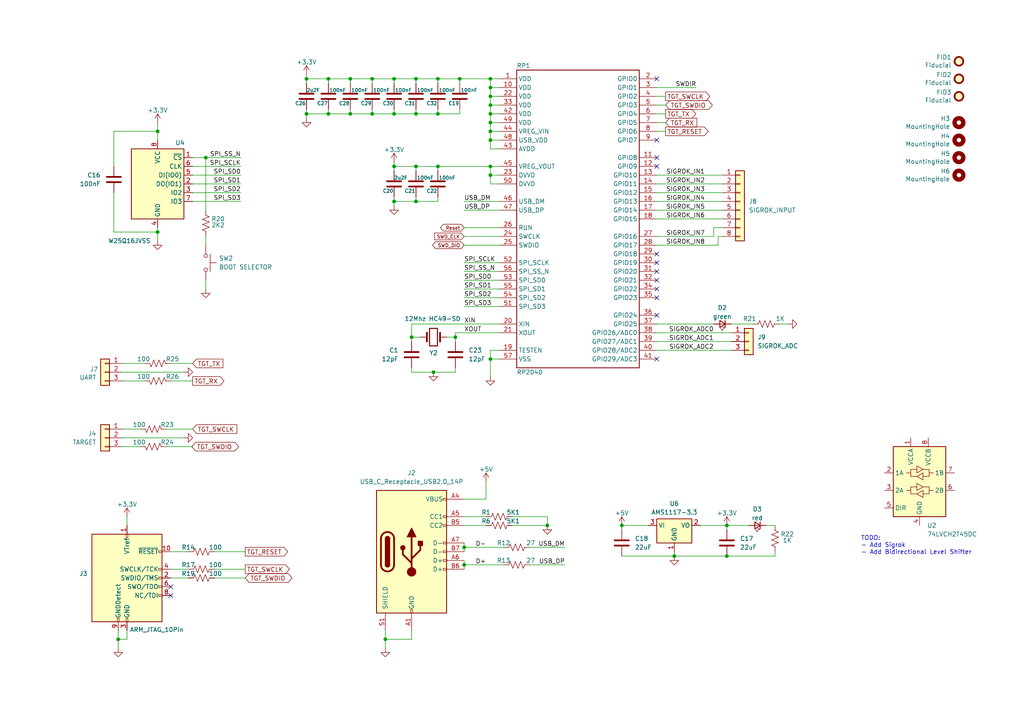
<source format=kicad_sch>
(kicad_sch (version 20231120) (generator "eeschema") (generator_version "8.0")
  (paper "A4")
  (title_block (title "PicoLink") (date "2023-02-27") (rev "V0.1") (company "HSLU"))
  (lib_symbols
    (symbol "Connector:Conn_ARM_JTAG_SWD_10" (pin_names (offset 1.016))
      (property "Reference" "J" (at -2.54 16.51 0))
      (property "Value" "Conn_ARM_JTAG_SWD_10" (at -2.54 13.97 0))
      (symbol "Conn_ARM_JTAG_SWD_10_1_1"
        (pin power_in line (at 0 15.24 270) (length 2.54) (name "VTref") (number "1"))
        (pin open_collector line (at 12.7 7.62 180) (length 2.54) (name "~{RESET}") (number "10"))
        (pin bidirectional line (at 12.7 0 180) (length 2.54) (name "SWDIO/TMS") (number "2"))
        (pin power_in line (at 0 -15.24 90) (length 2.54) (name "GND") (number "3"))
        (pin output line (at 12.7 2.54 180) (length 2.54) (name "SWCLK/TCK") (number "4"))
        (pin passive line (at 0 -15.24 90) (length 2.54) hide (name "GND") (number "5"))
        (pin input line (at 12.7 -2.54 180) (length 2.54) (name "SWO/TDO") (number "6"))
        (pin no_connect line (at -10.16 0 0) (length 2.54) hide (name "KEY") (number "7"))
        (pin output line (at 12.7 -5.08 180) (length 2.54) (name "NC/TDI") (number "8"))
        (pin passive line (at -2.54 -15.24 90) (length 2.54) (name "GNDDetect") (number "9"))
      )
    )
    (symbol "Connector:USB_C_Receptacle_USB2.0_14P" (pin_names (offset 1.016))
      (property "Reference" "J" (at 0 22.225 0))
      (property "Value" "USB_C_Receptacle_USB2.0_14P" (at 0 19.685 0))
      (symbol "USB_C_Receptacle_USB2.0_14P_1_1"
        (pin passive line (at 0 -22.86 90) (length 5.08) (name "GND") (number "A1"))
        (pin passive line (at 0 -22.86 90) (length 5.08) hide (name "GND") (number "A12"))
        (pin passive line (at 15.24 15.24 180) (length 5.08) (name "VBUS") (number "A4"))
        (pin bidirectional line (at 15.24 10.16 180) (length 5.08) (name "CC1") (number "A5"))
        (pin bidirectional line (at 15.24 -2.54 180) (length 5.08) (name "D+") (number "A6"))
        (pin bidirectional line (at 15.24 2.54 180) (length 5.08) (name "D-") (number "A7"))
        (pin passive line (at 15.24 15.24 180) (length 5.08) hide (name "VBUS") (number "A9"))
        (pin passive line (at 0 -22.86 90) (length 5.08) hide (name "GND") (number "B1"))
        (pin passive line (at 0 -22.86 90) (length 5.08) hide (name "GND") (number "B12"))
        (pin passive line (at 15.24 15.24 180) (length 5.08) hide (name "VBUS") (number "B4"))
        (pin bidirectional line (at 15.24 7.62 180) (length 5.08) (name "CC2") (number "B5"))
        (pin bidirectional line (at 15.24 -5.08 180) (length 5.08) (name "D+") (number "B6"))
        (pin bidirectional line (at 15.24 0 180) (length 5.08) (name "D-") (number "B7"))
        (pin passive line (at 15.24 15.24 180) (length 5.08) hide (name "VBUS") (number "B9"))
        (pin passive line (at -7.62 -22.86 90) (length 5.08) (name "SHIELD") (number "S1"))
      )
    )
    (symbol "Connector_Generic:Conn_01x03" (pin_names (offset 1.016) hide)
      (property "Reference" "J" (at 0 5.08 0))
      (property "Value" "Conn_01x03" (at 0 -5.08 0))
      (symbol "Conn_01x03_1_1"
        (pin passive line (at -5.08 2.54 0) (length 3.81) (name "Pin_1") (number "1"))
        (pin passive line (at -5.08 0 0) (length 3.81) (name "Pin_2") (number "2"))
        (pin passive line (at -5.08 -2.54 0) (length 3.81) (name "Pin_3") (number "3"))
      )
    )
    (symbol "Connector_Generic:Conn_01x08" (pin_names (offset 1.016) hide)
      (property "Reference" "J" (at 0 10.16 0))
      (property "Value" "Conn_01x08" (at 0 -12.7 0))
      (symbol "Conn_01x08_1_1"
        (pin passive line (at -5.08 7.62 0) (length 3.81) (name "Pin_1") (number "1"))
        (pin passive line (at -5.08 5.08 0) (length 3.81) (name "Pin_2") (number "2"))
        (pin passive line (at -5.08 2.54 0) (length 3.81) (name "Pin_3") (number "3"))
        (pin passive line (at -5.08 0 0) (length 3.81) (name "Pin_4") (number "4"))
        (pin passive line (at -5.08 -2.54 0) (length 3.81) (name "Pin_5") (number "5"))
        (pin passive line (at -5.08 -5.08 0) (length 3.81) (name "Pin_6") (number "6"))
        (pin passive line (at -5.08 -7.62 0) (length 3.81) (name "Pin_7") (number "7"))
        (pin passive line (at -5.08 -10.16 0) (length 3.81) (name "Pin_8") (number "8"))
      )
    )
    (symbol "Device:C" (pin_numbers hide) (pin_names (offset 0.254))
      (property "Reference" "C" (at 0.635 2.54 0))
      (property "Value" "C" (at 0.635 -2.54 0))
      (symbol "C_1_1"
        (pin passive line (at 0 3.81 270) (length 2.794) (name "~") (number "1"))
        (pin passive line (at 0 -3.81 90) (length 2.794) (name "~") (number "2"))
      )
    )
    (symbol "Device:Crystal" (pin_numbers hide) (pin_names (offset 1.016) hide)
      (property "Reference" "Y" (at 0 3.81 0))
      (property "Value" "Crystal" (at 0 -3.81 0))
      (symbol "Crystal_1_1"
        (pin passive line (at -3.81 0 0) (length 1.27) (name "1") (number "1"))
        (pin passive line (at 3.81 0 180) (length 1.27) (name "2") (number "2"))
      )
    )
    (symbol "Device:LED_Small" (pin_numbers hide) (pin_names (offset 0.254) hide)
      (property "Reference" "D" (at -1.27 3.175 0))
      (property "Value" "LED_Small" (at -4.445 -2.54 0))
      (symbol "LED_Small_1_1"
        (pin passive line (at -2.54 0 0) (length 1.778) (name "K") (number "1"))
        (pin passive line (at 2.54 0 180) (length 1.778) (name "A") (number "2"))
      )
    )
    (symbol "Device:R_US" (pin_numbers hide) (pin_names (offset 0))
      (property "Reference" "R" (at 2.54 0 90))
      (property "Value" "R_US" (at -2.54 0 90))
      (symbol "R_US_1_1"
        (pin passive line (at 0 3.81 270) (length 1.27) (name "~") (number "1"))
        (pin passive line (at 0 -3.81 90) (length 1.27) (name "~") (number "2"))
      )
    )
    (symbol "Logic_LevelTranslator:74LVCH2T45DC"
      (property "Reference" "U" (at 6.35 -11.43 0))
      (property "Value" "74LVCH2T45DC" (at 10.16 11.43 0))
      (symbol "74LVCH2T45DC_1_1"
        (pin power_in line (at -2.54 12.7 270) (length 2.54) (name "VCCA") (number "1"))
        (pin bidirectional line (at -10.16 2.54 0) (length 2.54) (name "1A") (number "2"))
        (pin bidirectional line (at -10.16 -2.54 0) (length 2.54) (name "2A") (number "3"))
        (pin power_in line (at 0 -12.7 90) (length 2.54) (name "GND") (number "4"))
        (pin input line (at -10.16 -7.62 0) (length 2.54) (name "DIR") (number "5"))
        (pin bidirectional line (at 10.16 -2.54 180) (length 2.54) (name "2B") (number "6"))
        (pin bidirectional line (at 10.16 2.54 180) (length 2.54) (name "1B") (number "7"))
        (pin power_in line (at 2.54 12.7 270) (length 2.54) (name "VCCB") (number "8"))
      )
    )
    (symbol "McuOnEclipse:RP2040"
      (property "Reference" "U3" (at -17.78 44.45 0))
      (property "Value" "RP2040" (at -17.78 -44.45 0))
      (symbol "RP2040_1_1"
        (pin power_in line (at -22.86 40.64 0) (length 5.08) (name "VDD") (number "1"))
        (pin power_in line (at -22.86 38.1 0) (length 5.08) (name "VDD") (number "10"))
        (pin bidirectional line (at 22.86 17.78 180) (length 5.08) (name "GPIO8") (number "11"))
        (pin bidirectional line (at 22.86 15.24 180) (length 5.08) (name "GPIO9") (number "12"))
        (pin bidirectional line (at 22.86 12.7 180) (length 5.08) (name "GPIO10") (number "13"))
        (pin bidirectional line (at 22.86 10.16 180) (length 5.08) (name "GPIO11") (number "14"))
        (pin bidirectional line (at 22.86 7.62 180) (length 5.08) (name "GPIO12") (number "15"))
        (pin bidirectional line (at 22.86 5.08 180) (length 5.08) (name "GPIO13") (number "16"))
        (pin bidirectional line (at 22.86 2.54 180) (length 5.08) (name "GPIO14") (number "17"))
        (pin bidirectional line (at 22.86 0 180) (length 5.08) (name "GPIO15") (number "18"))
        (pin passive line (at -22.86 -38.1 0) (length 5.08) (name "TESTEN") (number "19"))
        (pin bidirectional line (at 22.86 40.64 180) (length 5.08) (name "GPIO0") (number "2"))
        (pin bidirectional line (at -22.86 -30.48 0) (length 5.08) (name "XIN") (number "20"))
        (pin bidirectional line (at -22.86 -33.02 0) (length 5.08) (name "XOUT") (number "21"))
        (pin power_in line (at -22.86 35.56 0) (length 5.08) (name "VDD") (number "22"))
        (pin power_in line (at -22.86 12.7 0) (length 5.08) (name "DVVD") (number "23"))
        (pin bidirectional line (at -22.86 -5.08 0) (length 5.08) (name "SWCLK") (number "24"))
        (pin bidirectional line (at -22.86 -7.62 0) (length 5.08) (name "SWDIO") (number "25"))
        (pin bidirectional line (at -22.86 -2.54 0) (length 5.08) (name "RUN") (number "26"))
        (pin bidirectional line (at 22.86 -5.08 180) (length 5.08) (name "GPIO16") (number "27"))
        (pin bidirectional line (at 22.86 -7.62 180) (length 5.08) (name "GPIO17") (number "28"))
        (pin bidirectional line (at 22.86 -10.16 180) (length 5.08) (name "GPIO18") (number "29"))
        (pin bidirectional line (at 22.86 38.1 180) (length 5.08) (name "GPIO1") (number "3"))
        (pin bidirectional line (at 22.86 -12.7 180) (length 5.08) (name "GPIO19") (number "30"))
        (pin bidirectional line (at 22.86 -15.24 180) (length 5.08) (name "GPIO20") (number "31"))
        (pin bidirectional line (at 22.86 -17.78 180) (length 5.08) (name "GPIO21") (number "32"))
        (pin power_in line (at -22.86 33.02 0) (length 5.08) (name "VDD") (number "33"))
        (pin bidirectional line (at 22.86 -20.32 180) (length 5.08) (name "GPIO22") (number "34"))
        (pin bidirectional line (at 22.86 -22.86 180) (length 5.08) (name "GPIO23") (number "35"))
        (pin bidirectional line (at 22.86 -27.94 180) (length 5.08) (name "GPIO24") (number "36"))
        (pin bidirectional line (at 22.86 -30.48 180) (length 5.08) (name "GPIO25") (number "37"))
        (pin bidirectional line (at 22.86 -33.02 180) (length 5.08) (name "GPIO26/ADC0") (number "38"))
        (pin bidirectional line (at 22.86 -35.56 180) (length 5.08) (name "GPIO27/ADC1") (number "39"))
        (pin bidirectional line (at 22.86 35.56 180) (length 5.08) (name "GPIO2") (number "4"))
        (pin bidirectional line (at 22.86 -38.1 180) (length 5.08) (name "GPIO28/ADC2") (number "40"))
        (pin bidirectional line (at 22.86 -40.64 180) (length 5.08) (name "GPIO29/ADC3") (number "41"))
        (pin power_in line (at -22.86 30.48 0) (length 5.08) (name "VDD") (number "42"))
        (pin power_in line (at -22.86 20.32 0) (length 5.08) (name "AVDD") (number "43"))
        (pin power_in line (at -22.86 25.4 0) (length 5.08) (name "VREG_VIN") (number "44"))
        (pin power_out line (at -22.86 15.24 0) (length 5.08) (name "VREG_VOUT") (number "45"))
        (pin bidirectional line (at -22.86 5.08 0) (length 5.08) (name "USB_DM") (number "46"))
        (pin bidirectional line (at -22.86 2.54 0) (length 5.08) (name "USB_DP") (number "47"))
        (pin power_in line (at -22.86 22.86 0) (length 5.08) (name "USB_VDD") (number "48"))
        (pin power_in line (at -22.86 27.94 0) (length 5.08) (name "VDD") (number "49"))
        (pin bidirectional line (at 22.86 33.02 180) (length 5.08) (name "GPIO3") (number "5"))
        (pin power_in line (at -22.86 10.16 0) (length 5.08) (name "DVVD") (number "50"))
        (pin bidirectional line (at -22.86 -25.4 0) (length 5.08) (name "SPI_SD3") (number "51"))
        (pin bidirectional line (at -22.86 -12.7 0) (length 5.08) (name "SPI_SCLK") (number "52"))
        (pin bidirectional line (at -22.86 -17.78 0) (length 5.08) (name "SPI_SD0") (number "53"))
        (pin bidirectional line (at -22.86 -22.86 0) (length 5.08) (name "SPI_SD2") (number "54"))
        (pin bidirectional line (at -22.86 -20.32 0) (length 5.08) (name "SPI_SD1") (number "55"))
        (pin bidirectional line (at -22.86 -15.24 0) (length 5.08) (name "SPI_SS_N") (number "56"))
        (pin power_in line (at -22.86 -40.64 0) (length 5.08) (name "VSS") (number "57"))
        (pin bidirectional line (at 22.86 30.48 180) (length 5.08) (name "GPIO4") (number "6"))
        (pin bidirectional line (at 22.86 27.94 180) (length 5.08) (name "GPIO5") (number "7"))
        (pin bidirectional line (at 22.86 25.4 180) (length 5.08) (name "GPIO6") (number "8"))
        (pin bidirectional line (at 22.86 22.86 180) (length 5.08) (name "GPIO7") (number "9"))
      )
    )
    (symbol "Mechanical:Fiducial"
      (property "Reference" "FID" (at 0 5.08 0))
      (property "Value" "Fiducial" (at 0 3.175 0))
    )
    (symbol "Mechanical:MountingHole" (pin_names (offset 1.016))
      (property "Reference" "H" (at 0 5.08 0))
      (property "Value" "MountingHole" (at 0 3.175 0))
    )
    (symbol "Memory_Flash:W25Q32JVSS"
      (property "Reference" "U" (at -6.35 11.43 0))
      (property "Value" "W25Q32JVSS" (at 7.62 11.43 0))
      (symbol "W25Q32JVSS_1_1"
        (pin input line (at -10.16 7.62 0) (length 2.54) (name "~{CS}") (number "1"))
        (pin bidirectional line (at -10.16 0 0) (length 2.54) (name "DO(IO1)") (number "2"))
        (pin bidirectional line (at -10.16 -2.54 0) (length 2.54) (name "IO2") (number "3"))
        (pin power_in line (at 0 -12.7 90) (length 2.54) (name "GND") (number "4"))
        (pin bidirectional line (at -10.16 2.54 0) (length 2.54) (name "DI(IO0)") (number "5"))
        (pin input line (at -10.16 5.08 0) (length 2.54) (name "CLK") (number "6"))
        (pin bidirectional line (at -10.16 -5.08 0) (length 2.54) (name "IO3") (number "7"))
        (pin power_in line (at 0 12.7 270) (length 2.54) (name "VCC") (number "8"))
      )
    )
    (symbol "Regulator_Linear:AMS1117-3.3"
      (property "Reference" "U" (at -3.81 3.175 0))
      (property "Value" "AMS1117-3.3" (at 0 3.175 0))
      (symbol "AMS1117-3.3_1_1"
        (pin power_in line (at 0 -7.62 90) (length 2.54) (name "GND") (number "1"))
        (pin power_out line (at 7.62 0 180) (length 2.54) (name "VO") (number "2"))
        (pin power_in line (at -7.62 0 0) (length 2.54) (name "VI") (number "3"))
      )
    )
    (symbol "Switch:SW_Push" (pin_numbers hide) (pin_names (offset 1.016) hide)
      (property "Reference" "SW" (at 1.27 2.54 0))
      (property "Value" "SW_Push" (at 0 -1.524 0))
      (symbol "SW_Push_0_1"
        (pin passive line (at -5.08 0 0) (length 2.54) (name "1") (number "1"))
        (pin passive line (at 5.08 0 180) (length 2.54) (name "2") (number "2"))
      )
    )
    (symbol "power:+3.3V" (power) (pin_names (offset 0))
      (property "Value" "+3.3V" (at 0 3.556 0))
      (symbol "+3.3V_1_1"
        (pin power_in line (at 0 0 90) (length 0) hide (name "+3.3V") (number "1"))
      )
    )
    (symbol "power:+5V" (power) (pin_names (offset 0))
      (property "Value" "+5V" (at 0 3.556 0))
      (symbol "+5V_1_1"
        (pin power_in line (at 0 0 90) (length 0) hide (name "+5V") (number "1"))
      )
    )
    (symbol "power:GND" (power) (pin_names (offset 0))
      (property "Value" "GND" (at 0 -3.81 0))
      (symbol "GND_1_1"
        (pin power_in line (at 0 0 270) (length 0) hide (name "GND") (number "1"))
      )
    )
  )
  (junction (at 142.24 33.02))
  (junction (at 95.25 33.02))
  (junction (at 120.65 22.86))
  (junction (at 142.24 25.4))
  (junction (at 142.24 38.1))
  (junction (at 134.62 158.75))
  (junction (at 101.6 33.02))
  (junction (at 88.9 33.02))
  (junction (at 142.24 35.56))
  (junction (at 88.9 22.86))
  (junction (at 142.24 40.64))
  (junction (at 210.82 161.29))
  (junction (at 111.76 185.42))
  (junction (at 180.34 152.4))
  (junction (at 34.29 185.42))
  (junction (at 114.3 22.86))
  (junction (at 45.72 38.1))
  (junction (at 114.3 33.02))
  (junction (at 142.24 22.86))
  (junction (at 158.75 152.4))
  (junction (at 114.3 58.42))
  (junction (at 95.25 22.86))
  (junction (at 132.08 97.79))
  (junction (at 133.35 22.86))
  (junction (at 142.24 30.48))
  (junction (at 45.72 67.31))
  (junction (at 59.69 45.72))
  (junction (at 210.82 152.4))
  (junction (at 127 48.26))
  (junction (at 120.65 33.02))
  (junction (at 101.6 22.86))
  (junction (at 120.65 48.26))
  (junction (at 127 22.86))
  (junction (at 142.24 50.8))
  (junction (at 119.38 97.79))
  (junction (at 134.62 163.83))
  (junction (at 142.24 48.26))
  (junction (at 107.95 22.86))
  (junction (at 114.3 48.26))
  (junction (at 142.24 27.94))
  (junction (at 195.58 161.29))
  (junction (at 142.24 104.14))
  (junction (at 107.95 33.02))
  (junction (at 125.73 107.95))
  (junction (at 127 33.02))
  (junction (at 120.65 58.42))
  (no_connect (at 190.5 104.14))
  (no_connect (at 190.5 40.64))
  (no_connect (at 190.5 78.74))
  (no_connect (at 49.53 170.18))
  (no_connect (at 190.5 22.86))
  (no_connect (at 190.5 76.2))
  (no_connect (at 49.53 172.72))
  (no_connect (at 190.5 48.26))
  (no_connect (at 190.5 83.82))
  (no_connect (at 190.5 81.28))
  (no_connect (at 190.5 91.44))
  (no_connect (at 190.5 45.72))
  (no_connect (at 190.5 86.36))
  (no_connect (at 190.5 73.66))
  (wire (pts (xy 207.01 93.98) (xy 190.5 93.98)))
  (wire (pts (xy 140.97 149.86) (xy 134.62 149.86)))
  (wire (pts (xy 107.95 22.86) (xy 114.3 22.86)))
  (wire (pts (xy 180.34 161.29) (xy 195.58 161.29)))
  (wire (pts (xy 207.01 66.04) (xy 207.01 68.58)))
  (wire (pts (xy 142.24 38.1) (xy 144.78 38.1)))
  (wire (pts (xy 134.62 88.9) (xy 144.78 88.9)))
  (wire (pts (xy 36.83 182.88) (xy 36.83 185.42)))
  (wire (pts (xy 132.08 96.52) (xy 144.78 96.52)))
  (wire (pts (xy 142.24 38.1) (xy 142.24 40.64)))
  (wire (pts (xy 88.9 34.29) (xy 88.9 33.02)))
  (wire (pts (xy 142.24 101.6) (xy 142.24 104.14)))
  (wire (pts (xy 208.28 68.58) (xy 209.55 68.58)))
  (wire (pts (xy 69.85 53.34) (xy 55.88 53.34)))
  (wire (pts (xy 142.24 43.18) (xy 144.78 43.18)))
  (wire (pts (xy 114.3 57.15) (xy 114.3 58.42)))
  (wire (pts (xy 132.08 96.52) (xy 132.08 97.79)))
  (wire (pts (xy 134.62 158.75) (xy 134.62 160.02)))
  (wire (pts (xy 41.91 105.41) (xy 35.56 105.41)))
  (wire (pts (xy 142.24 104.14) (xy 144.78 104.14)))
  (wire (pts (xy 142.24 40.64) (xy 142.24 43.18)))
  (wire (pts (xy 142.24 22.86) (xy 144.78 22.86)))
  (wire (pts (xy 193.04 30.48) (xy 190.5 30.48)))
  (wire (pts (xy 127 22.86) (xy 127 24.13)))
  (wire (pts (xy 127 48.26) (xy 127 49.53)))
  (wire (pts (xy 111.76 185.42) (xy 111.76 187.96)))
  (wire (pts (xy 127 31.75) (xy 127 33.02)))
  (wire (pts (xy 119.38 93.98) (xy 144.78 93.98)))
  (wire (pts (xy 114.3 58.42) (xy 114.3 59.69)))
  (wire (pts (xy 180.34 152.4) (xy 180.34 153.67)))
  (wire (pts (xy 134.62 60.96) (xy 144.78 60.96)))
  (wire (pts (xy 101.6 22.86) (xy 107.95 22.86)))
  (wire (pts (xy 134.62 157.48) (xy 134.62 158.75)))
  (wire (pts (xy 114.3 33.02) (xy 120.65 33.02)))
  (wire (pts (xy 212.09 96.52) (xy 190.5 96.52)))
  (wire (pts (xy 111.76 182.88) (xy 111.76 185.42)))
  (wire (pts (xy 127 33.02) (xy 133.35 33.02)))
  (wire (pts (xy 212.09 101.6) (xy 190.5 101.6)))
  (wire (pts (xy 134.62 162.56) (xy 134.62 163.83)))
  (wire (pts (xy 36.83 149.86) (xy 36.83 152.4)))
  (wire (pts (xy 41.91 110.49) (xy 35.56 110.49)))
  (wire (pts (xy 133.35 22.86) (xy 133.35 24.13)))
  (wire (pts (xy 134.62 78.74) (xy 144.78 78.74)))
  (wire (pts (xy 54.61 165.1) (xy 49.53 165.1)))
  (wire (pts (xy 71.12 167.64) (xy 62.23 167.64)))
  (wire (pts (xy 210.82 161.29) (xy 224.79 161.29)))
  (wire (pts (xy 45.72 69.85) (xy 45.72 67.31)))
  (wire (pts (xy 55.88 129.54) (xy 48.26 129.54)))
  (wire (pts (xy 193.04 38.1) (xy 190.5 38.1)))
  (wire (pts (xy 119.38 99.06) (xy 119.38 97.79)))
  (wire (pts (xy 33.02 55.88) (xy 33.02 67.31)))
  (wire (pts (xy 142.24 25.4) (xy 142.24 27.94)))
  (wire (pts (xy 127 57.15) (xy 127 58.42)))
  (wire (pts (xy 62.23 165.1) (xy 71.12 165.1)))
  (wire (pts (xy 190.5 99.06) (xy 212.09 99.06)))
  (wire (pts (xy 101.6 22.86) (xy 101.6 24.13)))
  (wire (pts (xy 45.72 38.1) (xy 33.02 38.1)))
  (wire (pts (xy 134.62 163.83) (xy 134.62 165.1)))
  (wire (pts (xy 142.24 50.8) (xy 144.78 50.8)))
  (wire (pts (xy 134.62 76.2) (xy 144.78 76.2)))
  (wire (pts (xy 88.9 22.86) (xy 88.9 24.13)))
  (wire (pts (xy 59.69 45.72) (xy 55.88 45.72)))
  (wire (pts (xy 190.5 63.5) (xy 209.55 63.5)))
  (wire (pts (xy 142.24 35.56) (xy 144.78 35.56)))
  (wire (pts (xy 34.29 185.42) (xy 36.83 185.42)))
  (wire (pts (xy 62.23 160.02) (xy 71.12 160.02)))
  (wire (pts (xy 95.25 31.75) (xy 95.25 33.02)))
  (wire (pts (xy 119.38 107.95) (xy 125.73 107.95)))
  (wire (pts (xy 142.24 40.64) (xy 144.78 40.64)))
  (wire (pts (xy 193.04 33.02) (xy 190.5 33.02)))
  (wire (pts (xy 45.72 67.31) (xy 45.72 66.04)))
  (wire (pts (xy 55.88 124.46) (xy 48.26 124.46)))
  (wire (pts (xy 228.6 93.98) (xy 226.06 93.98)))
  (wire (pts (xy 142.24 27.94) (xy 144.78 27.94)))
  (wire (pts (xy 119.38 106.68) (xy 119.38 107.95)))
  (wire (pts (xy 127 22.86) (xy 133.35 22.86)))
  (wire (pts (xy 114.3 48.26) (xy 120.65 48.26)))
  (wire (pts (xy 134.62 66.04) (xy 144.78 66.04)))
  (wire (pts (xy 132.08 106.68) (xy 132.08 107.95)))
  (wire (pts (xy 88.9 22.86) (xy 95.25 22.86)))
  (wire (pts (xy 190.5 58.42) (xy 209.55 58.42)))
  (wire (pts (xy 88.9 33.02) (xy 95.25 33.02)))
  (wire (pts (xy 114.3 31.75) (xy 114.3 33.02)))
  (wire (pts (xy 120.65 33.02) (xy 127 33.02)))
  (wire (pts (xy 120.65 58.42) (xy 127 58.42)))
  (wire (pts (xy 40.64 129.54) (xy 35.56 129.54)))
  (wire (pts (xy 190.5 71.12) (xy 208.28 71.12)))
  (wire (pts (xy 190.5 50.8) (xy 209.55 50.8)))
  (wire (pts (xy 142.24 109.22) (xy 142.24 104.14)))
  (wire (pts (xy 34.29 185.42) (xy 34.29 182.88)))
  (wire (pts (xy 53.34 107.95) (xy 35.56 107.95)))
  (wire (pts (xy 55.88 110.49) (xy 49.53 110.49)))
  (wire (pts (xy 45.72 35.56) (xy 45.72 38.1)))
  (wire (pts (xy 120.65 31.75) (xy 120.65 33.02)))
  (wire (pts (xy 208.28 68.58) (xy 208.28 71.12)))
  (wire (pts (xy 134.62 81.28) (xy 144.78 81.28)))
  (wire (pts (xy 142.24 50.8) (xy 142.24 53.34)))
  (wire (pts (xy 120.65 48.26) (xy 127 48.26)))
  (wire (pts (xy 59.69 83.82) (xy 59.69 81.28)))
  (wire (pts (xy 101.6 31.75) (xy 101.6 33.02)))
  (wire (pts (xy 95.25 33.02) (xy 101.6 33.02)))
  (wire (pts (xy 125.73 107.95) (xy 132.08 107.95)))
  (wire (pts (xy 142.24 101.6) (xy 144.78 101.6)))
  (wire (pts (xy 132.08 99.06) (xy 132.08 97.79)))
  (wire (pts (xy 190.5 60.96) (xy 209.55 60.96)))
  (wire (pts (xy 224.79 152.4) (xy 222.25 152.4)))
  (wire (pts (xy 142.24 25.4) (xy 144.78 25.4)))
  (wire (pts (xy 195.58 161.29) (xy 210.82 161.29)))
  (wire (pts (xy 218.44 93.98) (xy 212.09 93.98)))
  (wire (pts (xy 190.5 68.58) (xy 207.01 68.58)))
  (wire (pts (xy 140.97 144.78) (xy 134.62 144.78)))
  (wire (pts (xy 142.24 53.34) (xy 144.78 53.34)))
  (wire (pts (xy 120.65 22.86) (xy 120.65 24.13)))
  (wire (pts (xy 140.97 139.7) (xy 140.97 144.78)))
  (wire (pts (xy 163.83 163.83) (xy 153.67 163.83)))
  (wire (pts (xy 34.29 187.96) (xy 34.29 185.42)))
  (wire (pts (xy 148.59 152.4) (xy 158.75 152.4)))
  (wire (pts (xy 134.62 58.42) (xy 144.78 58.42)))
  (wire (pts (xy 107.95 22.86) (xy 107.95 24.13)))
  (wire (pts (xy 133.35 31.75) (xy 133.35 33.02)))
  (wire (pts (xy 207.01 66.04) (xy 209.55 66.04)))
  (wire (pts (xy 119.38 182.88) (xy 119.38 185.42)))
  (wire (pts (xy 45.72 38.1) (xy 45.72 40.64)))
  (wire (pts (xy 163.83 158.75) (xy 153.67 158.75)))
  (wire (pts (xy 142.24 22.86) (xy 142.24 25.4)))
  (wire (pts (xy 134.62 68.58) (xy 144.78 68.58)))
  (wire (pts (xy 88.9 33.02) (xy 88.9 31.75)))
  (wire (pts (xy 203.2 152.4) (xy 210.82 152.4)))
  (wire (pts (xy 134.62 71.12) (xy 144.78 71.12)))
  (wire (pts (xy 33.02 38.1) (xy 33.02 48.26)))
  (wire (pts (xy 107.95 33.02) (xy 114.3 33.02)))
  (wire (pts (xy 119.38 93.98) (xy 119.38 97.79)))
  (wire (pts (xy 53.34 127) (xy 35.56 127)))
  (wire (pts (xy 134.62 163.83) (xy 146.05 163.83)))
  (wire (pts (xy 142.24 35.56) (xy 142.24 38.1)))
  (wire (pts (xy 111.76 185.42) (xy 119.38 185.42)))
  (wire (pts (xy 120.65 48.26) (xy 120.65 49.53)))
  (wire (pts (xy 134.62 158.75) (xy 146.05 158.75)))
  (wire (pts (xy 190.5 25.4) (xy 201.93 25.4)))
  (wire (pts (xy 114.3 46.99) (xy 114.3 48.26)))
  (wire (pts (xy 69.85 58.42) (xy 55.88 58.42)))
  (wire (pts (xy 158.75 149.86) (xy 158.75 152.4)))
  (wire (pts (xy 95.25 22.86) (xy 95.25 24.13)))
  (wire (pts (xy 69.85 50.8) (xy 55.88 50.8)))
  (wire (pts (xy 114.3 58.42) (xy 120.65 58.42)))
  (wire (pts (xy 193.04 27.94) (xy 190.5 27.94)))
  (wire (pts (xy 133.35 22.86) (xy 142.24 22.86)))
  (wire (pts (xy 127 48.26) (xy 142.24 48.26)))
  (wire (pts (xy 95.25 22.86) (xy 101.6 22.86)))
  (wire (pts (xy 142.24 27.94) (xy 142.24 30.48)))
  (wire (pts (xy 190.5 53.34) (xy 209.55 53.34)))
  (wire (pts (xy 114.3 22.86) (xy 120.65 22.86)))
  (wire (pts (xy 69.85 45.72) (xy 59.69 45.72)))
  (wire (pts (xy 134.62 86.36) (xy 144.78 86.36)))
  (wire (pts (xy 142.24 48.26) (xy 144.78 48.26)))
  (wire (pts (xy 210.82 152.4) (xy 217.17 152.4)))
  (wire (pts (xy 107.95 31.75) (xy 107.95 33.02)))
  (wire (pts (xy 54.61 160.02) (xy 49.53 160.02)))
  (wire (pts (xy 142.24 33.02) (xy 142.24 35.56)))
  (wire (pts (xy 142.24 33.02) (xy 144.78 33.02)))
  (wire (pts (xy 120.65 22.86) (xy 127 22.86)))
  (wire (pts (xy 88.9 21.59) (xy 88.9 22.86)))
  (wire (pts (xy 54.61 167.64) (xy 49.53 167.64)))
  (wire (pts (xy 190.5 55.88) (xy 209.55 55.88)))
  (wire (pts (xy 59.69 71.12) (xy 59.69 68.58)))
  (wire (pts (xy 142.24 30.48) (xy 144.78 30.48)))
  (wire (pts (xy 195.58 160.02) (xy 195.58 161.29)))
  (wire (pts (xy 101.6 33.02) (xy 107.95 33.02)))
  (wire (pts (xy 45.72 67.31) (xy 33.02 67.31)))
  (wire (pts (xy 49.53 105.41) (xy 55.88 105.41)))
  (wire (pts (xy 59.69 60.96) (xy 59.69 45.72)))
  (wire (pts (xy 224.79 160.02) (xy 224.79 161.29)))
  (wire (pts (xy 180.34 152.4) (xy 187.96 152.4)))
  (wire (pts (xy 114.3 22.86) (xy 114.3 24.13)))
  (wire (pts (xy 142.24 30.48) (xy 142.24 33.02)))
  (wire (pts (xy 134.62 152.4) (xy 140.97 152.4)))
  (wire (pts (xy 193.04 35.56) (xy 190.5 35.56)))
  (wire (pts (xy 210.82 152.4) (xy 210.82 153.67)))
  (wire (pts (xy 40.64 124.46) (xy 35.56 124.46)))
  (wire (pts (xy 69.85 48.26) (xy 55.88 48.26)))
  (wire (pts (xy 119.38 97.79) (xy 121.92 97.79)))
  (wire (pts (xy 134.62 83.82) (xy 144.78 83.82)))
  (wire (pts (xy 114.3 48.26) (xy 114.3 49.53)))
  (wire (pts (xy 132.08 97.79) (xy 129.54 97.79)))
  (wire (pts (xy 120.65 57.15) (xy 120.65 58.42)))
  (wire (pts (xy 142.24 48.26) (xy 142.24 50.8)))
  (wire (pts (xy 69.85 55.88) (xy 55.88 55.88)))
  (wire (pts (xy 148.59 149.86) (xy 158.75 149.86)))
  (text "TODO: \n- Add Sigrok \n- Add Bidirectional Level Shifter" (at 249.682 155.448 0) (effects (font (size 1.27 1.27)) (justify left top)))
  (label "SIGROK_IN8" (at 204.47 71.12 180))
  (label "XIN" (at 134.62 93.98 0))
  (label "SPI_SD1" (at 69.85 53.34 180))
  (label "SWDIR" (at 201.93 25.4 180))
  (label "SIGROK_IN4" (at 204.47 58.42 180))
  (label "SPI_SD1" (at 134.62 83.82 0))
  (label "SPI_SD3" (at 69.85 58.42 180))
  (label "SPI_SS_N" (at 69.85 45.72 180))
  (label "SPI_SD2" (at 134.62 86.36 0))
  (label "SIGROK_IN7" (at 204.47 68.58 180))
  (label "SIGROK_ADC2" (at 207.01 101.6 180))
  (label "SIGROK_ADC0" (at 207.01 96.52 180))
  (label "SPI_SD0" (at 69.85 50.8 180))
  (label "USB_DM" (at 163.83 158.75 180))
  (label "SPI_SS_N" (at 134.62 78.74 0))
  (label "D+" (at 140.97 163.83 180))
  (label "SPI_SD3" (at 134.62 88.9 0))
  (label "SIGROK_IN2" (at 204.47 53.34 180))
  (label "SPI_SD0" (at 134.62 81.28 0))
  (label "SIGROK_IN3" (at 204.47 55.88 180))
  (label "USB_DM" (at 134.62 58.42 0))
  (label "SPI_SCLK" (at 134.62 76.2 0))
  (label "SPI_SD2" (at 69.85 55.88 180))
  (label "SIGROK_IN1" (at 204.47 50.8 180))
  (label "XOUT" (at 134.62 96.52 0))
  (label "USB_DP" (at 134.62 60.96 0))
  (label "SIGROK_IN5" (at 204.47 60.96 180))
  (label "SPI_SCLK" (at 69.85 48.26 180))
  (label "SIGROK_ADC1" (at 207.01 99.06 180))
  (label "USB_DP" (at 163.83 163.83 180))
  (label "D-" (at 140.97 158.75 180))
  (label "SIGROK_IN6" (at 204.47 63.5 180))
  (global_label "TGT_RESET" (shape output) (at 193.04 38.1 0) (property "Intersheetrefs" "${INTERSHEET_REFS}" (effects (hide yes))))
  (global_label "SWD_CLK" (shape input) (at 134.62 68.58 180) (effects (font (size 1 1))) (property "Intersheetrefs" "${INTERSHEET_REFS}" (effects (hide yes))))
  (global_label "TGT_SWCLK" (shape output) (at 193.04 27.94 0) (property "Intersheetrefs" "${INTERSHEET_REFS}" (effects (hide yes))))
  (global_label "TGT_RESET" (shape output) (at 71.12 160.02 0) (property "Intersheetrefs" "${INTERSHEET_REFS}" (effects (hide yes))))
  (global_label "TGT_RX" (shape input) (at 193.04 35.56 0) (property "Intersheetrefs" "${INTERSHEET_REFS}" (effects (hide yes))))
  (global_label "TGT_SWCLK" (shape output) (at 71.12 165.1 0) (property "Intersheetrefs" "${INTERSHEET_REFS}" (effects (hide yes))))
  (global_label "Reset" (shape bidirectional) (at 134.62 66.04 180) (effects (font (size 1 1))) (property "Intersheetrefs" "${INTERSHEET_REFS}" (effects (hide yes))))
  (global_label "TGT_SWDIO" (shape bidirectional) (at 55.626 129.54 0) (property "Intersheetrefs" "${INTERSHEET_REFS}" (effects (hide yes))))
  (global_label "TGT_SWDIO" (shape bidirectional) (at 71.12 167.64 0) (property "Intersheetrefs" "${INTERSHEET_REFS}" (effects (hide yes))))
  (global_label "TGT_TX" (shape input) (at 55.88 105.41 0) (property "Intersheetrefs" "${INTERSHEET_REFS}" (effects (hide yes))))
  (global_label "TGT_RX" (shape output) (at 55.88 110.49 0) (property "Intersheetrefs" "${INTERSHEET_REFS}" (effects (hide yes))))
  (global_label "SWD_DIO" (shape bidirectional) (at 134.62 71.12 180) (effects (font (size 1 1))) (property "Intersheetrefs" "${INTERSHEET_REFS}" (effects (hide yes))))
  (global_label "TGT_TX" (shape output) (at 193.04 33.02 0) (property "Intersheetrefs" "${INTERSHEET_REFS}" (effects (hide yes))))
  (global_label "TGT_SWDIO" (shape bidirectional) (at 193.04 30.48 0) (property "Intersheetrefs" "${INTERSHEET_REFS}" (effects (hide yes))))
  (global_label "TGT_SWCLK" (shape input) (at 55.88 124.46 0) (property "Intersheetrefs" "${INTERSHEET_REFS}" (effects (hide yes))))
  (symbol (lib_id "power:GND") (at 53.34 107.95 90) (mirror x) (unit 1)
    (property "Reference" "#PWR028" (effects (hide yes)))
    (property "Value" "GND" (effects (hide yes)))
  )
  (symbol (lib_id "power:+3.3V") (at 88.9 21.59 0) (unit 1)
    (property "Reference" "#PWR016" (effects (hide yes)))
    (property "Value" "+3.3V" (at 88.9 18.0142 0))
  )
  (symbol (lib_id "Device:R_US") (at 149.86 163.83 90) (unit 1)
    (property "Reference" "R13" (at 146.05 162.56 90))
    (property "Value" "27" (at 153.924 162.56 90))
    (property "Footprint" "Resistor_SMD:R_0805_2012Metric_Pad1.20x1.40mm_HandSolder" (effects (hide yes)))
    (property "Description" "Resistor, US symbol" (effects (hide yes)))
  )
  (symbol (lib_id "Device:R_US") (at 58.42 160.02 90) (unit 1)
    (property "Reference" "R14" (at 54.61 158.75 90))
    (property "Value" "100" (at 62.484 158.75 90))
    (property "Footprint" "Resistor_SMD:R_0805_2012Metric_Pad1.20x1.40mm_HandSolder" (effects (hide yes)))
    (property "Description" "Resistor, US symbol" (effects (hide yes)))
  )
  (symbol (lib_id "power:GND") (at 45.72 69.85 0) (mirror y) (unit 1)
    (property "Reference" "#PWR06" (effects (hide yes)))
    (property "Value" "GND" (effects (hide yes)))
  )
  (symbol (lib_id "Device:C") (at 127 53.34 0) (unit 1)
    (property "Reference" "C22" (at 123.698 55.372 0) (effects (font (size 1.016 1.016)) (justify left)))
    (property "Value" "100nF" (at 127.254 51.562 0) (effects (font (size 1.016 1.016)) (justify left)))
    (property "Footprint" "Capacitor_SMD:C_0603_1608Metric_Pad1.08x0.95mm_HandSolder" (effects (hide yes)))
    (property "Description" "Unpolarized capacitor" (effects (hide yes)))
  )
  (symbol (lib_id "power:GND") (at 228.6 93.98 90) (unit 1)
    (property "Reference" "#PWR025" (effects (hide yes)))
    (property "Value" "GND" (effects (hide yes)))
  )
  (symbol (lib_id "Connector_Generic:Conn_01x03") (at 30.48 127 0) (mirror y) (unit 1)
    (property "Reference" "J4" (at 27.94 125.7299 0) (effects (justify left)))
    (property "Value" "TARGET" (at 27.94 128.2699 0) (effects (justify left)))
    (property "Footprint" "Connector_PinHeader_2.54mm:PinHeader_1x03_P2.54mm_Vertical" (effects (hide yes)))
  )
  (symbol (lib_id "Device:LED_Small") (at 219.71 152.4 180) (unit 1)
    (property "Reference" "D3" (at 219.6465 147.6842 0))
    (property "Value" "red" (at 219.6465 150.2211 0))
    (property "Footprint" "LED_SMD:LED_0805_2012Metric_Pad1.15x1.40mm_HandSolder" (effects (hide yes)))
    (property "mouser#" "78-VLMS1300-GS08" (effects (hide yes)))
    (property "MFR" "Vishay Semiconductors " (effects (hide yes)))
    (property "MFR#" "VLMS1300-GS08 " (effects (hide yes)))
  )
  (symbol (lib_id "Device:R_US") (at 222.25 93.98 90) (unit 1)
    (property "Reference" "R21" (at 217.424 92.456 90))
    (property "Value" "1K" (at 226.314 92.456 90))
    (property "Footprint" "Resistor_SMD:R_0805_2012Metric_Pad1.20x1.40mm_HandSolder" (effects (hide yes)))
    (property "Description" "Resistor, US symbol" (effects (hide yes)))
  )
  (symbol (lib_id "McuOnEclipse:RP2040") (at 167.64 63.5 0) (unit 1)
    (property "Reference" "RP1" (at 149.86 19.05 0) (effects (justify left)))
    (property "Value" "RP2040" (at 149.86 107.95 0) (effects (justify left)))
    (property "Footprint" "Package_DFN_QFN:QFN-56-1EP_7x7mm_P0.4mm_EP3.2x3.2mm" (effects (hide yes)))
    (property "MFR" "Raspberry Pi" (effects (hide yes)))
    (property "MFR#" "RPI Chip RP2040-7-500" (effects (hide yes)))
    (property "mouser#" "358-RP2040CHIP-7-500" (effects (hide yes)))
  )
  (symbol (lib_id "Device:C") (at 107.95 27.94 0) (unit 1)
    (property "Reference" "C29" (at 104.648 29.972 0) (effects (font (size 1.016 1.016)) (justify left)))
    (property "Value" "100nF" (at 108.204 26.162 0) (effects (font (size 1.016 1.016)) (justify left)))
    (property "Footprint" "Capacitor_SMD:C_0603_1608Metric_Pad1.08x0.95mm_HandSolder" (effects (hide yes)))
    (property "Description" "Unpolarized capacitor" (effects (hide yes)))
  )
  (symbol (lib_id "Device:C") (at 132.08 102.87 0) (unit 1)
    (property "Reference" "C23" (at 135.89 101.5999 0) (effects (justify left)))
    (property "Value" "12pF" (at 135.89 104.1399 0) (effects (justify left)))
    (property "Footprint" "Capacitor_SMD:C_0603_1608Metric_Pad1.08x0.95mm_HandSolder" (effects (hide yes)))
    (property "Description" "Unpolarized capacitor" (effects (hide yes)))
  )
  (symbol (lib_id "power:GND") (at 114.3 59.69 0) (unit 1)
    (property "Reference" "#PWR019" (effects (hide yes)))
    (property "Value" "GND" (effects (hide yes)))
  )
  (symbol (lib_id "Device:R_US") (at 45.72 110.49 270) (mirror x) (unit 1)
    (property "Reference" "R26" (at 50.038 109.22 90))
    (property "Value" "100" (at 41.656 109.22 90))
    (property "Footprint" "Resistor_SMD:R_0805_2012Metric_Pad1.20x1.40mm_HandSolder" (effects (hide yes)))
    (property "Description" "Resistor, US symbol" (effects (hide yes)))
  )
  (symbol (lib_id "Device:R_US") (at 45.72 105.41 270) (mirror x) (unit 1)
    (property "Reference" "R25" (at 50.038 104.14 90))
    (property "Value" "100" (at 41.656 104.14 90))
    (property "Footprint" "Resistor_SMD:R_0805_2012Metric_Pad1.20x1.40mm_HandSolder" (effects (hide yes)))
    (property "Description" "Resistor, US symbol" (effects (hide yes)))
  )
  (symbol (lib_id "Device:C") (at 114.3 27.94 0) (unit 1)
    (property "Reference" "C30" (at 110.998 29.972 0) (effects (font (size 1.016 1.016)) (justify left)))
    (property "Value" "100nF" (at 114.554 26.162 0) (effects (font (size 1.016 1.016)) (justify left)))
    (property "Footprint" "Capacitor_SMD:C_0603_1608Metric_Pad1.08x0.95mm_HandSolder" (effects (hide yes)))
    (property "Description" "Unpolarized capacitor" (effects (hide yes)))
  )
  (symbol (lib_id "power:GND") (at 125.73 107.95 0) (unit 1)
    (property "Reference" "#PWR026" (effects (hide yes)))
    (property "Value" "GND" (effects (hide yes)))
  )
  (symbol (lib_id "Mechanical:MountingHole") (at 278.13 40.64 0) (mirror y) (unit 1)
    (property "Reference" "H4" (at 275.59 39.4716 0) (effects (justify left)))
    (property "Value" "MountingHole" (at 275.59 41.783 0) (effects (justify left)))
    (property "Footprint" "MountingHole:MountingHole_2.7mm_M2.5" (effects (hide yes)))
  )
  (symbol (lib_id "power:+3.3V") (at 114.3 46.99 0) (unit 1)
    (property "Reference" "#PWR020" (effects (hide yes)))
    (property "Value" "+3.3V" (at 114.3 43.4142 0))
  )
  (symbol (lib_id "power:+3.3V") (at 210.82 152.4 0) (unit 1)
    (property "Reference" "#PWR014" (effects (hide yes)))
    (property "Value" "+3.3V" (at 210.82 148.8242 0))
  )
  (symbol (lib_id "Device:C") (at 127 27.94 0) (unit 1)
    (property "Reference" "C32" (at 123.698 29.972 0) (effects (font (size 1.016 1.016)) (justify left)))
    (property "Value" "100nF" (at 127.254 26.162 0) (effects (font (size 1.016 1.016)) (justify left)))
    (property "Footprint" "Capacitor_SMD:C_0603_1608Metric_Pad1.08x0.95mm_HandSolder" (effects (hide yes)))
    (property "Description" "Unpolarized capacitor" (effects (hide yes)))
  )
  (symbol (lib_id "power:GND") (at 158.75 152.4 0) (unit 1)
    (property "Reference" "#PWR010" (effects (hide yes)))
    (property "Value" "GND" (effects (hide yes)))
  )
  (symbol (lib_id "power:GND") (at 142.24 109.22 0) (mirror y) (unit 1)
    (property "Reference" "#PWR021" (effects (hide yes)))
    (property "Value" "GND" (effects (hide yes)))
  )
  (symbol (lib_id "power:GND") (at 59.69 83.82 0) (mirror y) (unit 1)
    (property "Reference" "#PWR024" (effects (hide yes)))
    (property "Value" "GND" (effects (hide yes)))
  )
  (symbol (lib_id "Device:R_US") (at 144.78 149.86 90) (unit 1)
    (property "Reference" "R1" (at 140.97 148.59 90))
    (property "Value" "5K1" (at 148.844 148.59 90))
    (property "Footprint" "Resistor_SMD:R_0805_2012Metric_Pad1.20x1.40mm_HandSolder" (effects (hide yes)))
    (property "Description" "Resistor, US symbol" (effects (hide yes)))
  )
  (symbol (lib_id "Device:C") (at 33.02 52.07 0) (mirror y) (unit 1)
    (property "Reference" "C16" (at 29.21 50.7999 0) (effects (justify left)))
    (property "Value" "100nF" (at 29.21 53.3399 0) (effects (justify left)))
    (property "Footprint" "Capacitor_SMD:C_0603_1608Metric_Pad1.08x0.95mm_HandSolder" (effects (hide yes)))
    (property "Description" "Unpolarized capacitor" (effects (hide yes)))
  )
  (symbol (lib_id "Device:C") (at 210.82 157.48 0) (unit 1)
    (property "Reference" "C17" (at 214.63 156.2099 0) (effects (justify left)))
    (property "Value" "22uF" (at 214.63 158.7499 0) (effects (justify left)))
    (property "Footprint" "Capacitor_SMD:C_0603_1608Metric_Pad1.08x0.95mm_HandSolder" (effects (hide yes)))
    (property "Description" "Unpolarized capacitor" (effects (hide yes)))
  )
  (symbol (lib_id "Device:R_US") (at 149.86 158.75 90) (unit 1)
    (property "Reference" "R12" (at 146.05 157.48 90))
    (property "Value" "27" (at 153.924 157.48 90))
    (property "Footprint" "Resistor_SMD:R_0805_2012Metric_Pad1.20x1.40mm_HandSolder" (effects (hide yes)))
    (property "Description" "Resistor, US symbol" (effects (hide yes)))
  )
  (symbol (lib_id "Device:C") (at 133.35 27.94 0) (unit 1)
    (property "Reference" "C19" (at 130.048 29.972 0) (effects (font (size 1.016 1.016)) (justify left)))
    (property "Value" "100nF" (at 133.604 26.162 0) (effects (font (size 1.016 1.016)) (justify left)))
    (property "Footprint" "Capacitor_SMD:C_0603_1608Metric_Pad1.08x0.95mm_HandSolder" (effects (hide yes)))
    (property "Description" "Unpolarized capacitor" (effects (hide yes)))
  )
  (symbol (lib_id "Device:C") (at 114.3 53.34 0) (unit 1)
    (property "Reference" "C20" (at 110.998 55.372 0) (effects (font (size 1.016 1.016)) (justify left)))
    (property "Value" "2u2F" (at 114.3 51.562 0) (effects (font (size 1.016 1.016)) (justify left)))
    (property "Footprint" "Capacitor_SMD:C_0603_1608Metric_Pad1.08x0.95mm_HandSolder" (effects (hide yes)))
    (property "Description" "Unpolarized capacitor" (effects (hide yes)))
  )
  (symbol (lib_id "power:GND") (at 195.58 161.29 0) (unit 1)
    (property "Reference" "#PWR013" (effects (hide yes)))
    (property "Value" "GND" (effects (hide yes)))
  )
  (symbol (lib_id "Mechanical:Fiducial") (at 278.13 22.86 0) (mirror y) (unit 1) (in_bom no)
    (property "Reference" "FID2" (at 275.971 21.6916 0) (effects (justify left)))
    (property "Value" "Fiducial" (at 275.971 24.003 0) (effects (justify left)))
    (property "Footprint" "Fiducial:Fiducial_1mm_Mask2mm" (effects (hide yes)))
  )
  (symbol (lib_id "Device:R_US") (at 44.45 129.54 270) (mirror x) (unit 1)
    (property "Reference" "R24" (at 48.514 128.27 90))
    (property "Value" "100" (at 40.386 128.27 90))
    (property "Footprint" "Resistor_SMD:R_0805_2012Metric_Pad1.20x1.40mm_HandSolder" (effects (hide yes)))
    (property "Description" "Resistor, US symbol" (effects (hide yes)))
  )
  (symbol (lib_id "power:+3.3V") (at 45.72 35.56 0) (mirror y) (unit 1)
    (property "Reference" "#PWR07" (effects (hide yes)))
    (property "Value" "+3.3V" (at 45.72 31.9842 0))
  )
  (symbol (lib_id "Mechanical:Fiducial") (at 278.13 27.94 0) (mirror y) (unit 1) (in_bom no)
    (property "Reference" "FID3" (at 275.971 26.7716 0) (effects (justify left)))
    (property "Value" "Fiducial" (at 275.971 29.083 0) (effects (justify left)))
    (property "Footprint" "Fiducial:Fiducial_1mm_Mask2mm" (effects (hide yes)))
  )
  (symbol (lib_id "Connector:USB_C_Receptacle_USB2.0_14P") (at 119.38 160.02 0) (unit 1)
    (property "Reference" "J2" (at 119.38 137.16 0))
    (property "Value" "USB_C_Receptacle_USB2.0_14P" (at 119.38 139.7 0))
    (property "Footprint" "Connector_USB:USB_C_Receptacle_GCT_USB4110" (effects (hide yes)))
    (property "Datasheet" "https://www.usb.org/sites/default/files/documents/usb_type-c.zip" (effects (hide yes)))
    (property "Description" "USB 2.0-only 14P Type-C Receptacle connector" (effects (hide yes)))
  )
  (symbol (lib_id "Regulator_Linear:AMS1117-3.3") (at 195.58 152.4 0) (unit 1)
    (property "Reference" "U6" (at 195.58 146.05 0))
    (property "Value" "AMS1117-3.3" (at 195.58 148.59 0))
    (property "Footprint" "Package_TO_SOT_SMD:SOT-223-3_TabPin2" (effects (hide yes)))
    (property "Datasheet" "http://www.advanced-monolithic.com/pdf/ds1117.pdf" (effects (hide yes)))
    (property "Description" "1A Low Dropout regulator, positive, 3.3V fixed output, SOT-223" (effects (hide yes)))
  )
  (symbol (lib_id "power:GND") (at 34.29 187.96 0) (mirror y) (unit 1)
    (property "Reference" "#PWR022" (effects (hide yes)))
    (property "Value" "GND" (effects (hide yes)))
  )
  (symbol (lib_id "Switch:SW_Push") (at 59.69 76.2 270) (unit 1)
    (property "Reference" "SW2" (at 63.5 74.9299 90) (effects (justify left)))
    (property "Value" "BOOT SELECTOR" (at 63.5 77.4699 90) (effects (justify left)))
    (property "Footprint" "Button_Switch_SMD:SW_Push_1P1T_NO_6x6mm_H9.5mm" (effects (hide yes)))
    (property "Description" "Push button switch, generic, two pins" (effects (hide yes)))
  )
  (symbol (lib_id "power:GND") (at 88.9 34.29 0) (unit 1)
    (property "Reference" "#PWR018" (effects (hide yes)))
    (property "Value" "GND" (effects (hide yes)))
  )
  (symbol (lib_id "Device:C") (at 88.9 27.94 0) (unit 1)
    (property "Reference" "C26" (at 85.598 29.972 0) (effects (font (size 1.016 1.016)) (justify left)))
    (property "Value" "2u2F" (at 88.9 26.162 0) (effects (font (size 1.016 1.016)) (justify left)))
    (property "Footprint" "Capacitor_SMD:C_0603_1608Metric_Pad1.08x0.95mm_HandSolder" (effects (hide yes)))
    (property "Description" "Unpolarized capacitor" (effects (hide yes)))
  )
  (symbol (lib_id "Connector:Conn_ARM_JTAG_SWD_10") (at 36.83 167.64 0) (unit 1)
    (property "Reference" "J3" (at 25.4 166.3699 0) (effects (justify right)))
    (property "Value" "ARM_JTAG_10Pin" (at 53.34 182.626 0) (effects (justify right)))
    (property "Footprint" "Connector_IDC:IDC-Header_2x05_P2.54mm_Vertical" (effects (hide yes)))
    (property "Datasheet" "http://infocenter.arm.com/help/topic/com.arm.doc.ddi0314h/DDI0314H_coresight_components_trm.pdf" (effects (hide yes)))
    (property "Description" "Cortex Debug Connector, standard ARM Cortex-M SWD and JTAG interface" (effects (hide yes)))
  )
  (symbol (lib_id "power:+5V") (at 180.34 152.4 0) (unit 1)
    (property "Reference" "#PWR015" (effects (hide yes)))
    (property "Value" "+5V" (at 180.34 148.8242 0))
  )
  (symbol (lib_id "Device:Crystal") (at 125.73 97.79 0) (unit 1)
    (property "Reference" "Y2" (at 125.73 102.362 0))
    (property "Value" "12Mhz HC49-SD" (at 125.476 92.456 0))
    (property "Footprint" "Crystal:Crystal_SMD_HC49-SD_HandSoldering" (effects (hide yes)))
    (property "Description" "Two pin crystal" (effects (hide yes)))
  )
  (symbol (lib_id "Device:C") (at 119.38 102.87 0) (mirror y) (unit 1)
    (property "Reference" "C1" (at 115.57 101.5999 0) (effects (justify left)))
    (property "Value" "12pF" (at 115.57 104.1399 0) (effects (justify left)))
    (property "Footprint" "Capacitor_SMD:C_0603_1608Metric_Pad1.08x0.95mm_HandSolder" (effects (hide yes)))
    (property "Description" "Unpolarized capacitor" (effects (hide yes)))
  )
  (symbol (lib_id "power:GND") (at 111.76 187.96 0) (unit 1)
    (property "Reference" "#PWR09" (effects (hide yes)))
    (property "Value" "GND" (effects (hide yes)))
  )
  (symbol (lib_id "Device:R_US") (at 59.69 64.77 0) (unit 1)
    (property "Reference" "R20" (at 63.246 63.5 0))
    (property "Value" "2K2" (at 63.246 65.278 0))
    (property "Footprint" "Resistor_SMD:R_0805_2012Metric_Pad1.20x1.40mm_HandSolder" (effects (hide yes)))
    (property "Description" "Resistor, US symbol" (effects (hide yes)))
  )
  (symbol (lib_id "Device:C") (at 95.25 27.94 0) (unit 1)
    (property "Reference" "C27" (at 91.948 29.972 0) (effects (font (size 1.016 1.016)) (justify left)))
    (property "Value" "100nF" (at 95.504 26.162 0) (effects (font (size 1.016 1.016)) (justify left)))
    (property "Footprint" "Capacitor_SMD:C_0603_1608Metric_Pad1.08x0.95mm_HandSolder" (effects (hide yes)))
    (property "Description" "Unpolarized capacitor" (effects (hide yes)))
  )
  (symbol (lib_id "Device:LED_Small") (at 209.55 93.98 180) (unit 1)
    (property "Reference" "D2" (at 209.4865 89.2642 0))
    (property "Value" "green" (at 209.4865 91.8011 0))
    (property "Footprint" "LED_SMD:LED_0805_2012Metric_Pad1.15x1.40mm_HandSolder" (effects (hide yes)))
    (property "mouser#" "78-VLMTG1300-GS08" (effects (hide yes)))
    (property "MFR" "Vishay Semiconductors " (effects (hide yes)))
    (property "MFR#" "VLMTG1300-GS08 " (effects (hide yes)))
  )
  (symbol (lib_id "Device:C") (at 101.6 27.94 0) (unit 1)
    (property "Reference" "C28" (at 98.298 29.972 0) (effects (font (size 1.016 1.016)) (justify left)))
    (property "Value" "100nF" (at 101.854 26.162 0) (effects (font (size 1.016 1.016)) (justify left)))
    (property "Footprint" "Capacitor_SMD:C_0603_1608Metric_Pad1.08x0.95mm_HandSolder" (effects (hide yes)))
    (property "Description" "Unpolarized capacitor" (effects (hide yes)))
  )
  (symbol (lib_id "Connector_Generic:Conn_01x03") (at 217.17 99.06 0) (unit 1)
    (property "Reference" "J9" (at 219.71 97.7899 0) (effects (justify left)))
    (property "Value" "SIGROK_ADC" (at 219.71 100.3299 0) (effects (justify left)))
    (property "Footprint" "Connector_PinHeader_2.54mm:PinHeader_1x03_P2.54mm_Vertical" (effects (hide yes)))
  )
  (symbol (lib_id "power:GND") (at 53.34 127 90) (mirror x) (unit 1)
    (property "Reference" "#PWR027" (effects (hide yes)))
    (property "Value" "GND" (effects (hide yes)))
  )
  (symbol (lib_id "Device:R_US") (at 44.45 124.46 270) (mirror x) (unit 1)
    (property "Reference" "R23" (at 48.514 123.19 90))
    (property "Value" "100" (at 40.386 123.19 90))
    (property "Footprint" "Resistor_SMD:R_0805_2012Metric_Pad1.20x1.40mm_HandSolder" (effects (hide yes)))
    (property "Description" "Resistor, US symbol" (effects (hide yes)))
  )
  (symbol (lib_id "Logic_LevelTranslator:74LVCH2T45DC") (at 266.7 139.7 0) (unit 1) (on_board no)
    (property "Reference" "U2" (at 268.8941 152.4 0) (effects (justify left)))
    (property "Value" "74LVCH2T45DC" (at 268.8941 154.94 0) (effects (justify left)))
    (property "Footprint" "Package_SO:VSSOP-8_2.3x2mm_P0.5mm" (effects (hide yes)))
    (property "Datasheet" "https://assets.nexperia.com/documents/data-sheet/74LVC_LVCH2T45.pdf" (effects (hide yes)))
    (property "Description" "Dual supply translating transceiver with bus-hold for unused/floating inputs, 3-state, 2-bit, VSSOP-8" (effects (hide yes)))
  )
  (symbol (lib_id "Device:R_US") (at 58.42 165.1 90) (unit 1)
    (property "Reference" "R17" (at 54.61 163.83 90))
    (property "Value" "100" (at 62.484 163.83 90))
    (property "Footprint" "Resistor_SMD:R_0805_2012Metric_Pad1.20x1.40mm_HandSolder" (effects (hide yes)))
    (property "Description" "Resistor, US symbol" (effects (hide yes)))
  )
  (symbol (lib_id "Device:R_US") (at 224.79 156.21 0) (unit 1)
    (property "Reference" "R22" (at 228.346 154.94 0))
    (property "Value" "1K" (at 228.346 156.718 0))
    (property "Footprint" "Resistor_SMD:R_0805_2012Metric_Pad1.20x1.40mm_HandSolder" (effects (hide yes)))
    (property "Description" "Resistor, US symbol" (effects (hide yes)))
  )
  (symbol (lib_id "Device:R_US") (at 144.78 152.4 90) (unit 1)
    (property "Reference" "R6" (at 140.97 151.13 90))
    (property "Value" "5K1" (at 148.844 151.13 90))
    (property "Footprint" "Resistor_SMD:R_0805_2012Metric_Pad1.20x1.40mm_HandSolder" (effects (hide yes)))
    (property "Description" "Resistor, US symbol" (effects (hide yes)))
  )
  (symbol (lib_id "Device:R_US") (at 58.42 167.64 90) (unit 1)
    (property "Reference" "R19" (at 54.61 166.37 90))
    (property "Value" "100" (at 62.484 166.37 90))
    (property "Footprint" "Resistor_SMD:R_0805_2012Metric_Pad1.20x1.40mm_HandSolder" (effects (hide yes)))
    (property "Description" "Resistor, US symbol" (effects (hide yes)))
  )
  (symbol (lib_id "Mechanical:Fiducial") (at 278.13 17.78 0) (mirror y) (unit 1) (in_bom no)
    (property "Reference" "FID1" (at 275.971 16.6116 0) (effects (justify left)))
    (property "Value" "Fiducial" (at 275.971 18.923 0) (effects (justify left)))
    (property "Footprint" "Fiducial:Fiducial_1mm_Mask2mm" (effects (hide yes)))
  )
  (symbol (lib_id "Connector_Generic:Conn_01x08") (at 214.63 58.42 0) (unit 1)
    (property "Reference" "J8" (at 217.17 58.4199 0) (effects (justify left)))
    (property "Value" "SIGROK_INPUT" (at 217.17 60.9599 0) (effects (justify left)))
    (property "Footprint" "Connector_PinHeader_2.54mm:PinHeader_1x07_P2.54mm_Horizontal" (effects (hide yes)))
    (property "Description" "Generic connector, single row, 01x08, script generated (kicad-library-utils/schlib/autogen/connector/)" (effects (hide yes)))
  )
  (symbol (lib_id "Mechanical:MountingHole") (at 278.13 50.8 0) (mirror y) (unit 1)
    (property "Reference" "H6" (at 275.59 49.6316 0) (effects (justify left)))
    (property "Value" "MountingHole" (at 275.59 51.943 0) (effects (justify left)))
    (property "Footprint" "MountingHole:MountingHole_2.7mm_M2.5" (effects (hide yes)))
  )
  (symbol (lib_id "Memory_Flash:W25Q32JVSS") (at 45.72 53.34 0) (mirror y) (unit 1)
    (property "Reference" "U4" (at 53.594 41.402 0) (effects (justify left)))
    (property "Value" "W25Q16JVSS" (at 43.688 69.85 0) (effects (justify left)))
    (property "Footprint" "Package_SO:SOIC-8_5.23x5.23mm_P1.27mm" (effects (hide yes)))
    (property "Datasheet" "http://www.winbond.com/resource-files/w25q32jv%20revg%2003272018%20plus.pdf" (effects (hide yes)))
    (property "Description" "32Mb Serial Flash Memory, Standard/Dual/Quad SPI, SOIC-8" (effects (hide yes)))
  )
  (symbol (lib_id "power:+5V") (at 140.97 139.7 0) (unit 1)
    (property "Reference" "#PWR011" (effects (hide yes)))
    (property "Value" "+5V" (at 140.97 136.1242 0))
  )
  (symbol (lib_id "Device:C") (at 120.65 53.34 0) (unit 1)
    (property "Reference" "C21" (at 117.348 55.372 0) (effects (font (size 1.016 1.016)) (justify left)))
    (property "Value" "100nF" (at 120.904 51.562 0) (effects (font (size 1.016 1.016)) (justify left)))
    (property "Footprint" "Capacitor_SMD:C_0603_1608Metric_Pad1.08x0.95mm_HandSolder" (effects (hide yes)))
    (property "Description" "Unpolarized capacitor" (effects (hide yes)))
  )
  (symbol (lib_id "Connector_Generic:Conn_01x03") (at 30.48 107.95 0) (mirror y) (unit 1)
    (property "Reference" "J7" (at 28.448 107.1153 0) (effects (justify left)))
    (property "Value" "UART" (at 27.94 109.474 0) (effects (justify left)))
    (property "Footprint" "Connector_PinHeader_2.54mm:PinHeader_1x03_P2.54mm_Vertical" (effects (hide yes)))
  )
  (symbol (lib_id "Mechanical:MountingHole") (at 278.13 35.56 0) (mirror y) (unit 1) (in_bom no)
    (property "Reference" "H3" (at 275.59 34.3916 0) (effects (justify left)))
    (property "Value" "MountingHole" (at 275.59 36.703 0) (effects (justify left)))
    (property "Footprint" "MountingHole:MountingHole_2.7mm_M2.5" (effects (hide yes)))
  )
  (symbol (lib_id "Mechanical:MountingHole") (at 278.13 45.72 0) (mirror y) (unit 1)
    (property "Reference" "H5" (at 275.59 44.5516 0) (effects (justify left)))
    (property "Value" "MountingHole" (at 275.59 46.863 0) (effects (justify left)))
    (property "Footprint" "MountingHole:MountingHole_2.7mm_M2.5" (effects (hide yes)))
  )
  (symbol (lib_id "Device:C") (at 120.65 27.94 0) (unit 1)
    (property "Reference" "C31" (at 117.348 29.972 0) (effects (font (size 1.016 1.016)) (justify left)))
    (property "Value" "100nF" (at 120.904 26.162 0) (effects (font (size 1.016 1.016)) (justify left)))
    (property "Footprint" "Capacitor_SMD:C_0603_1608Metric_Pad1.08x0.95mm_HandSolder" (effects (hide yes)))
    (property "Description" "Unpolarized capacitor" (effects (hide yes)))
  )
  (symbol (lib_id "Device:C") (at 180.34 157.48 0) (unit 1)
    (property "Reference" "C18" (at 184.15 156.2099 0) (effects (justify left)))
    (property "Value" "22uF" (at 184.15 158.7499 0) (effects (justify left)))
    (property "Footprint" "Capacitor_SMD:C_0603_1608Metric_Pad1.08x0.95mm_HandSolder" (effects (hide yes)))
    (property "Description" "Unpolarized capacitor" (effects (hide yes)))
  )
  (symbol (lib_id "power:+3.3V") (at 36.83 149.86 0) (unit 1)
    (property "Reference" "#PWR023" (effects (hide yes)))
    (property "Value" "+3.3V" (at 36.83 146.2842 0))
  )
)
</source>
